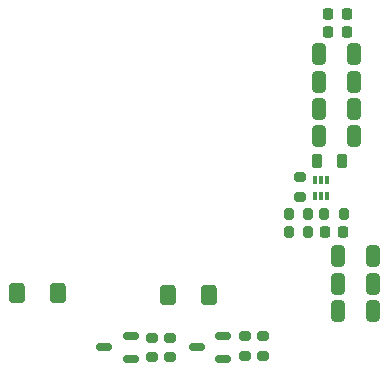
<source format=gbr>
%TF.GenerationSoftware,KiCad,Pcbnew,8.0.8*%
%TF.CreationDate,2025-03-23T22:06:23+01:00*%
%TF.ProjectId,raumtemp_relay,7261756d-7465-46d7-905f-72656c61792e,rev?*%
%TF.SameCoordinates,Original*%
%TF.FileFunction,Paste,Top*%
%TF.FilePolarity,Positive*%
%FSLAX46Y46*%
G04 Gerber Fmt 4.6, Leading zero omitted, Abs format (unit mm)*
G04 Created by KiCad (PCBNEW 8.0.8) date 2025-03-23 22:06:23*
%MOMM*%
%LPD*%
G01*
G04 APERTURE LIST*
G04 Aperture macros list*
%AMRoundRect*
0 Rectangle with rounded corners*
0 $1 Rounding radius*
0 $2 $3 $4 $5 $6 $7 $8 $9 X,Y pos of 4 corners*
0 Add a 4 corners polygon primitive as box body*
4,1,4,$2,$3,$4,$5,$6,$7,$8,$9,$2,$3,0*
0 Add four circle primitives for the rounded corners*
1,1,$1+$1,$2,$3*
1,1,$1+$1,$4,$5*
1,1,$1+$1,$6,$7*
1,1,$1+$1,$8,$9*
0 Add four rect primitives between the rounded corners*
20,1,$1+$1,$2,$3,$4,$5,0*
20,1,$1+$1,$4,$5,$6,$7,0*
20,1,$1+$1,$6,$7,$8,$9,0*
20,1,$1+$1,$8,$9,$2,$3,0*%
G04 Aperture macros list end*
%ADD10RoundRect,0.200000X-0.275000X0.200000X-0.275000X-0.200000X0.275000X-0.200000X0.275000X0.200000X0*%
%ADD11RoundRect,0.250000X0.325000X0.650000X-0.325000X0.650000X-0.325000X-0.650000X0.325000X-0.650000X0*%
%ADD12RoundRect,0.150000X0.512500X0.150000X-0.512500X0.150000X-0.512500X-0.150000X0.512500X-0.150000X0*%
%ADD13RoundRect,0.087500X-0.087500X0.250000X-0.087500X-0.250000X0.087500X-0.250000X0.087500X0.250000X0*%
%ADD14RoundRect,0.225000X0.225000X0.250000X-0.225000X0.250000X-0.225000X-0.250000X0.225000X-0.250000X0*%
%ADD15RoundRect,0.218750X-0.218750X-0.381250X0.218750X-0.381250X0.218750X0.381250X-0.218750X0.381250X0*%
%ADD16RoundRect,0.200000X0.275000X-0.200000X0.275000X0.200000X-0.275000X0.200000X-0.275000X-0.200000X0*%
%ADD17RoundRect,0.200000X0.200000X0.275000X-0.200000X0.275000X-0.200000X-0.275000X0.200000X-0.275000X0*%
%ADD18RoundRect,0.250000X0.400000X0.600000X-0.400000X0.600000X-0.400000X-0.600000X0.400000X-0.600000X0*%
G04 APERTURE END LIST*
D10*
%TO.C,R4*%
X145625000Y-102755000D03*
X145625000Y-104405000D03*
%TD*%
D11*
%TO.C,C3*%
X153300000Y-81180000D03*
X150350000Y-81180000D03*
%TD*%
D12*
%TO.C,Q2*%
X142262500Y-104630000D03*
X142262500Y-102730000D03*
X139987500Y-103680000D03*
%TD*%
D11*
%TO.C,C2*%
X154900000Y-95980000D03*
X151950000Y-95980000D03*
%TD*%
D13*
%TO.C,U1*%
X151025000Y-89467500D03*
X150525000Y-89467500D03*
X150025000Y-89467500D03*
X150025000Y-90892500D03*
X150525000Y-90892500D03*
X151025000Y-90892500D03*
%TD*%
D14*
%TO.C,C1*%
X152400000Y-93880000D03*
X150850000Y-93880000D03*
%TD*%
D15*
%TO.C,L2*%
X150162500Y-87880000D03*
X152287500Y-87880000D03*
%TD*%
D16*
%TO.C,R2*%
X144125000Y-104405000D03*
X144125000Y-102755000D03*
%TD*%
D14*
%TO.C,C11*%
X152700000Y-75480000D03*
X151150000Y-75480000D03*
%TD*%
D17*
%TO.C,R7*%
X152450000Y-92380000D03*
X150800000Y-92380000D03*
%TD*%
D10*
%TO.C,R6*%
X148725000Y-89255000D03*
X148725000Y-90905000D03*
%TD*%
D18*
%TO.C,D2*%
X141075000Y-99280000D03*
X137575000Y-99280000D03*
%TD*%
D11*
%TO.C,C6*%
X154900000Y-98280000D03*
X151950000Y-98280000D03*
%TD*%
D18*
%TO.C,D1*%
X128275000Y-99080000D03*
X124775000Y-99080000D03*
%TD*%
D16*
%TO.C,R1*%
X136225000Y-104505000D03*
X136225000Y-102855000D03*
%TD*%
D11*
%TO.C,C4*%
X153300000Y-83480000D03*
X150350000Y-83480000D03*
%TD*%
D17*
%TO.C,R5*%
X149450000Y-92380000D03*
X147800000Y-92380000D03*
%TD*%
D11*
%TO.C,C5*%
X153300000Y-85780000D03*
X150350000Y-85780000D03*
%TD*%
%TO.C,C8*%
X153300000Y-78880000D03*
X150350000Y-78880000D03*
%TD*%
D17*
%TO.C,R8*%
X149450000Y-93880000D03*
X147800000Y-93880000D03*
%TD*%
D14*
%TO.C,C12*%
X152700000Y-76980000D03*
X151150000Y-76980000D03*
%TD*%
D11*
%TO.C,C7*%
X154900000Y-100580000D03*
X151950000Y-100580000D03*
%TD*%
D12*
%TO.C,Q1*%
X134462500Y-104630000D03*
X134462500Y-102730000D03*
X132187500Y-103680000D03*
%TD*%
D10*
%TO.C,R3*%
X137725000Y-102855000D03*
X137725000Y-104505000D03*
%TD*%
M02*

</source>
